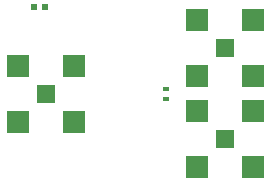
<source format=gtp>
G04 #@! TF.GenerationSoftware,KiCad,Pcbnew,(5.0.1)-4*
G04 #@! TF.CreationDate,2019-05-31T15:51:02-07:00*
G04 #@! TF.ProjectId,Fanout_circuit,46616E6F75745F636972637569742E6B,rev?*
G04 #@! TF.SameCoordinates,Original*
G04 #@! TF.FileFunction,Paste,Top*
G04 #@! TF.FilePolarity,Positive*
%FSLAX46Y46*%
G04 Gerber Fmt 4.6, Leading zero omitted, Abs format (unit mm)*
G04 Created by KiCad (PCBNEW (5.0.1)-4) date 5/31/2019 3:51:02 PM*
%MOMM*%
%LPD*%
G01*
G04 APERTURE LIST*
%ADD10R,1.500000X1.500000*%
%ADD11R,1.900000X1.900000*%
%ADD12R,0.600000X0.400000*%
%ADD13R,0.600000X0.500000*%
G04 APERTURE END LIST*
D10*
G04 #@! TO.C,CON3*
X134200000Y-80150000D03*
D11*
X131825000Y-77775000D03*
X131825000Y-82525000D03*
X136575000Y-82525000D03*
X136575000Y-77775000D03*
G04 #@! TD*
G04 #@! TO.C,CON2*
X136575000Y-85475000D03*
X136575000Y-90225000D03*
X131825000Y-90225000D03*
X131825000Y-85475000D03*
D10*
X134200000Y-87850000D03*
G04 #@! TD*
D11*
G04 #@! TO.C,CON1*
X121375000Y-81625000D03*
X121375000Y-86375000D03*
X116625000Y-86375000D03*
X116625000Y-81625000D03*
D10*
X119000000Y-84000000D03*
G04 #@! TD*
D12*
G04 #@! TO.C,R1*
X129200000Y-83550000D03*
X129200000Y-84450000D03*
G04 #@! TD*
D13*
G04 #@! TO.C,C1*
X118975000Y-76675000D03*
X117975000Y-76675000D03*
G04 #@! TD*
M02*

</source>
